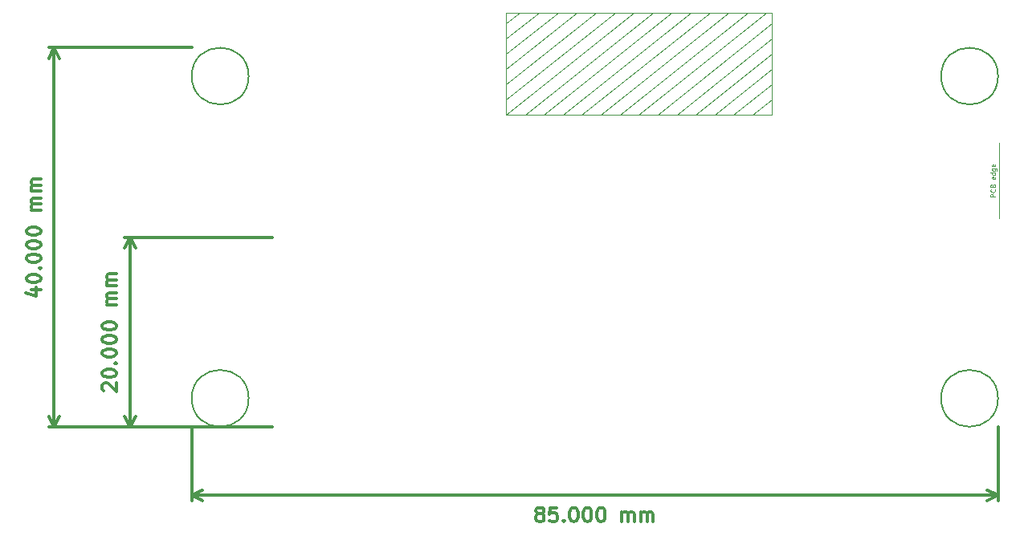
<source format=gbr>
G04 #@! TF.GenerationSoftware,KiCad,Pcbnew,5.0.2+dfsg1-1~bpo9+1*
G04 #@! TF.CreationDate,2020-03-04T21:18:40+01:00*
G04 #@! TF.ProjectId,things_02,7468696e-6773-45f3-9032-2e6b69636164,rev?*
G04 #@! TF.SameCoordinates,Original*
G04 #@! TF.FileFunction,Drawing*
%FSLAX46Y46*%
G04 Gerber Fmt 4.6, Leading zero omitted, Abs format (unit mm)*
G04 Created by KiCad (PCBNEW 5.0.2+dfsg1-1~bpo9+1) date Wed Mar  4 21:18:40 2020*
%MOMM*%
%LPD*%
G01*
G04 APERTURE LIST*
%ADD10C,0.300000*%
%ADD11C,0.200000*%
%ADD12C,0.100000*%
%ADD13C,0.075000*%
G04 APERTURE END LIST*
D10*
X56721428Y-113964285D02*
X56650000Y-113892857D01*
X56578571Y-113750000D01*
X56578571Y-113392857D01*
X56650000Y-113250000D01*
X56721428Y-113178571D01*
X56864285Y-113107142D01*
X57007142Y-113107142D01*
X57221428Y-113178571D01*
X58078571Y-114035714D01*
X58078571Y-113107142D01*
X56578571Y-112178571D02*
X56578571Y-112035714D01*
X56650000Y-111892857D01*
X56721428Y-111821428D01*
X56864285Y-111750000D01*
X57150000Y-111678571D01*
X57507142Y-111678571D01*
X57792857Y-111750000D01*
X57935714Y-111821428D01*
X58007142Y-111892857D01*
X58078571Y-112035714D01*
X58078571Y-112178571D01*
X58007142Y-112321428D01*
X57935714Y-112392857D01*
X57792857Y-112464285D01*
X57507142Y-112535714D01*
X57150000Y-112535714D01*
X56864285Y-112464285D01*
X56721428Y-112392857D01*
X56650000Y-112321428D01*
X56578571Y-112178571D01*
X57935714Y-111035714D02*
X58007142Y-110964285D01*
X58078571Y-111035714D01*
X58007142Y-111107142D01*
X57935714Y-111035714D01*
X58078571Y-111035714D01*
X56578571Y-110035714D02*
X56578571Y-109892857D01*
X56650000Y-109750000D01*
X56721428Y-109678571D01*
X56864285Y-109607142D01*
X57150000Y-109535714D01*
X57507142Y-109535714D01*
X57792857Y-109607142D01*
X57935714Y-109678571D01*
X58007142Y-109750000D01*
X58078571Y-109892857D01*
X58078571Y-110035714D01*
X58007142Y-110178571D01*
X57935714Y-110250000D01*
X57792857Y-110321428D01*
X57507142Y-110392857D01*
X57150000Y-110392857D01*
X56864285Y-110321428D01*
X56721428Y-110250000D01*
X56650000Y-110178571D01*
X56578571Y-110035714D01*
X56578571Y-108607142D02*
X56578571Y-108464285D01*
X56650000Y-108321428D01*
X56721428Y-108250000D01*
X56864285Y-108178571D01*
X57150000Y-108107142D01*
X57507142Y-108107142D01*
X57792857Y-108178571D01*
X57935714Y-108250000D01*
X58007142Y-108321428D01*
X58078571Y-108464285D01*
X58078571Y-108607142D01*
X58007142Y-108750000D01*
X57935714Y-108821428D01*
X57792857Y-108892857D01*
X57507142Y-108964285D01*
X57150000Y-108964285D01*
X56864285Y-108892857D01*
X56721428Y-108821428D01*
X56650000Y-108750000D01*
X56578571Y-108607142D01*
X56578571Y-107178571D02*
X56578571Y-107035714D01*
X56650000Y-106892857D01*
X56721428Y-106821428D01*
X56864285Y-106750000D01*
X57150000Y-106678571D01*
X57507142Y-106678571D01*
X57792857Y-106750000D01*
X57935714Y-106821428D01*
X58007142Y-106892857D01*
X58078571Y-107035714D01*
X58078571Y-107178571D01*
X58007142Y-107321428D01*
X57935714Y-107392857D01*
X57792857Y-107464285D01*
X57507142Y-107535714D01*
X57150000Y-107535714D01*
X56864285Y-107464285D01*
X56721428Y-107392857D01*
X56650000Y-107321428D01*
X56578571Y-107178571D01*
X58078571Y-104892857D02*
X57078571Y-104892857D01*
X57221428Y-104892857D02*
X57150000Y-104821428D01*
X57078571Y-104678571D01*
X57078571Y-104464285D01*
X57150000Y-104321428D01*
X57292857Y-104250000D01*
X58078571Y-104250000D01*
X57292857Y-104250000D02*
X57150000Y-104178571D01*
X57078571Y-104035714D01*
X57078571Y-103821428D01*
X57150000Y-103678571D01*
X57292857Y-103607142D01*
X58078571Y-103607142D01*
X58078571Y-102892857D02*
X57078571Y-102892857D01*
X57221428Y-102892857D02*
X57150000Y-102821428D01*
X57078571Y-102678571D01*
X57078571Y-102464285D01*
X57150000Y-102321428D01*
X57292857Y-102250000D01*
X58078571Y-102250000D01*
X57292857Y-102250000D02*
X57150000Y-102178571D01*
X57078571Y-102035714D01*
X57078571Y-101821428D01*
X57150000Y-101678571D01*
X57292857Y-101607142D01*
X58078571Y-101607142D01*
X59500000Y-117750000D02*
X59500000Y-97750000D01*
X74500000Y-117750000D02*
X58913579Y-117750000D01*
X74500000Y-97750000D02*
X58913579Y-97750000D01*
X59500000Y-97750000D02*
X60086421Y-98876504D01*
X59500000Y-97750000D02*
X58913579Y-98876504D01*
X59500000Y-117750000D02*
X60086421Y-116623496D01*
X59500000Y-117750000D02*
X58913579Y-116623496D01*
X102571428Y-126921428D02*
X102428571Y-126850000D01*
X102357142Y-126778571D01*
X102285714Y-126635714D01*
X102285714Y-126564285D01*
X102357142Y-126421428D01*
X102428571Y-126350000D01*
X102571428Y-126278571D01*
X102857142Y-126278571D01*
X103000000Y-126350000D01*
X103071428Y-126421428D01*
X103142857Y-126564285D01*
X103142857Y-126635714D01*
X103071428Y-126778571D01*
X103000000Y-126850000D01*
X102857142Y-126921428D01*
X102571428Y-126921428D01*
X102428571Y-126992857D01*
X102357142Y-127064285D01*
X102285714Y-127207142D01*
X102285714Y-127492857D01*
X102357142Y-127635714D01*
X102428571Y-127707142D01*
X102571428Y-127778571D01*
X102857142Y-127778571D01*
X103000000Y-127707142D01*
X103071428Y-127635714D01*
X103142857Y-127492857D01*
X103142857Y-127207142D01*
X103071428Y-127064285D01*
X103000000Y-126992857D01*
X102857142Y-126921428D01*
X104500000Y-126278571D02*
X103785714Y-126278571D01*
X103714285Y-126992857D01*
X103785714Y-126921428D01*
X103928571Y-126850000D01*
X104285714Y-126850000D01*
X104428571Y-126921428D01*
X104500000Y-126992857D01*
X104571428Y-127135714D01*
X104571428Y-127492857D01*
X104500000Y-127635714D01*
X104428571Y-127707142D01*
X104285714Y-127778571D01*
X103928571Y-127778571D01*
X103785714Y-127707142D01*
X103714285Y-127635714D01*
X105214285Y-127635714D02*
X105285714Y-127707142D01*
X105214285Y-127778571D01*
X105142857Y-127707142D01*
X105214285Y-127635714D01*
X105214285Y-127778571D01*
X106214285Y-126278571D02*
X106357142Y-126278571D01*
X106500000Y-126350000D01*
X106571428Y-126421428D01*
X106642857Y-126564285D01*
X106714285Y-126850000D01*
X106714285Y-127207142D01*
X106642857Y-127492857D01*
X106571428Y-127635714D01*
X106500000Y-127707142D01*
X106357142Y-127778571D01*
X106214285Y-127778571D01*
X106071428Y-127707142D01*
X106000000Y-127635714D01*
X105928571Y-127492857D01*
X105857142Y-127207142D01*
X105857142Y-126850000D01*
X105928571Y-126564285D01*
X106000000Y-126421428D01*
X106071428Y-126350000D01*
X106214285Y-126278571D01*
X107642857Y-126278571D02*
X107785714Y-126278571D01*
X107928571Y-126350000D01*
X108000000Y-126421428D01*
X108071428Y-126564285D01*
X108142857Y-126850000D01*
X108142857Y-127207142D01*
X108071428Y-127492857D01*
X108000000Y-127635714D01*
X107928571Y-127707142D01*
X107785714Y-127778571D01*
X107642857Y-127778571D01*
X107500000Y-127707142D01*
X107428571Y-127635714D01*
X107357142Y-127492857D01*
X107285714Y-127207142D01*
X107285714Y-126850000D01*
X107357142Y-126564285D01*
X107428571Y-126421428D01*
X107500000Y-126350000D01*
X107642857Y-126278571D01*
X109071428Y-126278571D02*
X109214285Y-126278571D01*
X109357142Y-126350000D01*
X109428571Y-126421428D01*
X109500000Y-126564285D01*
X109571428Y-126850000D01*
X109571428Y-127207142D01*
X109500000Y-127492857D01*
X109428571Y-127635714D01*
X109357142Y-127707142D01*
X109214285Y-127778571D01*
X109071428Y-127778571D01*
X108928571Y-127707142D01*
X108857142Y-127635714D01*
X108785714Y-127492857D01*
X108714285Y-127207142D01*
X108714285Y-126850000D01*
X108785714Y-126564285D01*
X108857142Y-126421428D01*
X108928571Y-126350000D01*
X109071428Y-126278571D01*
X111357142Y-127778571D02*
X111357142Y-126778571D01*
X111357142Y-126921428D02*
X111428571Y-126850000D01*
X111571428Y-126778571D01*
X111785714Y-126778571D01*
X111928571Y-126850000D01*
X112000000Y-126992857D01*
X112000000Y-127778571D01*
X112000000Y-126992857D02*
X112071428Y-126850000D01*
X112214285Y-126778571D01*
X112428571Y-126778571D01*
X112571428Y-126850000D01*
X112642857Y-126992857D01*
X112642857Y-127778571D01*
X113357142Y-127778571D02*
X113357142Y-126778571D01*
X113357142Y-126921428D02*
X113428571Y-126850000D01*
X113571428Y-126778571D01*
X113785714Y-126778571D01*
X113928571Y-126850000D01*
X114000000Y-126992857D01*
X114000000Y-127778571D01*
X114000000Y-126992857D02*
X114071428Y-126850000D01*
X114214285Y-126778571D01*
X114428571Y-126778571D01*
X114571428Y-126850000D01*
X114642857Y-126992857D01*
X114642857Y-127778571D01*
X66000000Y-125000000D02*
X151000000Y-125000000D01*
X66000000Y-117750000D02*
X66000000Y-125586421D01*
X151000000Y-117750000D02*
X151000000Y-125586421D01*
X151000000Y-125000000D02*
X149873496Y-125586421D01*
X151000000Y-125000000D02*
X149873496Y-124413579D01*
X66000000Y-125000000D02*
X67126504Y-125586421D01*
X66000000Y-125000000D02*
X67126504Y-124413579D01*
X49078571Y-103250000D02*
X50078571Y-103250000D01*
X48507142Y-103607142D02*
X49578571Y-103964285D01*
X49578571Y-103035714D01*
X48578571Y-102178571D02*
X48578571Y-102035714D01*
X48650000Y-101892857D01*
X48721428Y-101821428D01*
X48864285Y-101750000D01*
X49150000Y-101678571D01*
X49507142Y-101678571D01*
X49792857Y-101750000D01*
X49935714Y-101821428D01*
X50007142Y-101892857D01*
X50078571Y-102035714D01*
X50078571Y-102178571D01*
X50007142Y-102321428D01*
X49935714Y-102392857D01*
X49792857Y-102464285D01*
X49507142Y-102535714D01*
X49150000Y-102535714D01*
X48864285Y-102464285D01*
X48721428Y-102392857D01*
X48650000Y-102321428D01*
X48578571Y-102178571D01*
X49935714Y-101035714D02*
X50007142Y-100964285D01*
X50078571Y-101035714D01*
X50007142Y-101107142D01*
X49935714Y-101035714D01*
X50078571Y-101035714D01*
X48578571Y-100035714D02*
X48578571Y-99892857D01*
X48650000Y-99750000D01*
X48721428Y-99678571D01*
X48864285Y-99607142D01*
X49150000Y-99535714D01*
X49507142Y-99535714D01*
X49792857Y-99607142D01*
X49935714Y-99678571D01*
X50007142Y-99750000D01*
X50078571Y-99892857D01*
X50078571Y-100035714D01*
X50007142Y-100178571D01*
X49935714Y-100250000D01*
X49792857Y-100321428D01*
X49507142Y-100392857D01*
X49150000Y-100392857D01*
X48864285Y-100321428D01*
X48721428Y-100250000D01*
X48650000Y-100178571D01*
X48578571Y-100035714D01*
X48578571Y-98607142D02*
X48578571Y-98464285D01*
X48650000Y-98321428D01*
X48721428Y-98250000D01*
X48864285Y-98178571D01*
X49150000Y-98107142D01*
X49507142Y-98107142D01*
X49792857Y-98178571D01*
X49935714Y-98250000D01*
X50007142Y-98321428D01*
X50078571Y-98464285D01*
X50078571Y-98607142D01*
X50007142Y-98750000D01*
X49935714Y-98821428D01*
X49792857Y-98892857D01*
X49507142Y-98964285D01*
X49150000Y-98964285D01*
X48864285Y-98892857D01*
X48721428Y-98821428D01*
X48650000Y-98750000D01*
X48578571Y-98607142D01*
X48578571Y-97178571D02*
X48578571Y-97035714D01*
X48650000Y-96892857D01*
X48721428Y-96821428D01*
X48864285Y-96750000D01*
X49150000Y-96678571D01*
X49507142Y-96678571D01*
X49792857Y-96750000D01*
X49935714Y-96821428D01*
X50007142Y-96892857D01*
X50078571Y-97035714D01*
X50078571Y-97178571D01*
X50007142Y-97321428D01*
X49935714Y-97392857D01*
X49792857Y-97464285D01*
X49507142Y-97535714D01*
X49150000Y-97535714D01*
X48864285Y-97464285D01*
X48721428Y-97392857D01*
X48650000Y-97321428D01*
X48578571Y-97178571D01*
X50078571Y-94892857D02*
X49078571Y-94892857D01*
X49221428Y-94892857D02*
X49150000Y-94821428D01*
X49078571Y-94678571D01*
X49078571Y-94464285D01*
X49150000Y-94321428D01*
X49292857Y-94250000D01*
X50078571Y-94250000D01*
X49292857Y-94250000D02*
X49150000Y-94178571D01*
X49078571Y-94035714D01*
X49078571Y-93821428D01*
X49150000Y-93678571D01*
X49292857Y-93607142D01*
X50078571Y-93607142D01*
X50078571Y-92892857D02*
X49078571Y-92892857D01*
X49221428Y-92892857D02*
X49150000Y-92821428D01*
X49078571Y-92678571D01*
X49078571Y-92464285D01*
X49150000Y-92321428D01*
X49292857Y-92250000D01*
X50078571Y-92250000D01*
X49292857Y-92250000D02*
X49150000Y-92178571D01*
X49078571Y-92035714D01*
X49078571Y-91821428D01*
X49150000Y-91678571D01*
X49292857Y-91607142D01*
X50078571Y-91607142D01*
X51500000Y-117750000D02*
X51500000Y-77750000D01*
X66000000Y-117750000D02*
X50913579Y-117750000D01*
X66000000Y-77750000D02*
X50913579Y-77750000D01*
X51500000Y-77750000D02*
X52086421Y-78876504D01*
X51500000Y-77750000D02*
X50913579Y-78876504D01*
X51500000Y-117750000D02*
X52086421Y-116623496D01*
X51500000Y-117750000D02*
X50913579Y-116623496D01*
D11*
X72000000Y-114750000D02*
G75*
G03X72000000Y-114750000I-3000000J0D01*
G01*
X72000000Y-80750000D02*
G75*
G03X72000000Y-80750000I-3000000J0D01*
G01*
X151000000Y-80750000D02*
G75*
G03X151000000Y-80750000I-3000000J0D01*
G01*
X151000000Y-114750000D02*
G75*
G03X151000000Y-114750000I-3000000J0D01*
G01*
D12*
G04 #@! TO.C,U4*
X99125000Y-84855000D02*
X99125000Y-74075000D01*
X127125000Y-84855000D02*
X99125000Y-84855000D01*
X127125000Y-84855000D02*
X127125000Y-74075000D01*
X127125000Y-74075000D02*
X99125000Y-74075000D01*
X100600000Y-74075000D02*
X99125000Y-75165000D01*
X102600000Y-74075000D02*
X99125000Y-76780000D01*
X104600000Y-74075000D02*
X99125000Y-78395000D01*
X106600000Y-74075000D02*
X99125000Y-80010000D01*
X108600000Y-74075000D02*
X99125000Y-81625000D01*
X110600000Y-74075000D02*
X99125000Y-83240000D01*
X112600000Y-74075000D02*
X99125000Y-84855000D01*
X114600000Y-74075000D02*
X101125000Y-84855000D01*
X116600000Y-74075000D02*
X103125000Y-84855000D01*
X105125000Y-84855000D02*
X118600000Y-74075000D01*
X120600000Y-74075000D02*
X107125000Y-84855000D01*
X122600000Y-74075000D02*
X109125000Y-84855000D01*
X124600000Y-74075000D02*
X111125000Y-84855000D01*
X126600000Y-74075000D02*
X113125000Y-84855000D01*
X127125000Y-75165000D02*
X115125000Y-84855000D01*
X127125000Y-76780000D02*
X117125000Y-84855000D01*
X127125000Y-78395000D02*
X119125000Y-84855000D01*
X127125000Y-80010000D02*
X121125000Y-84855000D01*
X127125000Y-81625000D02*
X123125000Y-84855000D01*
X127125000Y-83240000D02*
X125125000Y-84855000D01*
G04 #@! TO.C,J8*
X151085000Y-95775000D02*
X151085000Y-87775000D01*
G04 #@! TD*
G04 #@! TO.C,J8*
D13*
X150711190Y-93477380D02*
X150211190Y-93477380D01*
X150211190Y-93286904D01*
X150235000Y-93239285D01*
X150258809Y-93215476D01*
X150306428Y-93191666D01*
X150377857Y-93191666D01*
X150425476Y-93215476D01*
X150449285Y-93239285D01*
X150473095Y-93286904D01*
X150473095Y-93477380D01*
X150663571Y-92691666D02*
X150687380Y-92715476D01*
X150711190Y-92786904D01*
X150711190Y-92834523D01*
X150687380Y-92905952D01*
X150639761Y-92953571D01*
X150592142Y-92977380D01*
X150496904Y-93001190D01*
X150425476Y-93001190D01*
X150330238Y-92977380D01*
X150282619Y-92953571D01*
X150235000Y-92905952D01*
X150211190Y-92834523D01*
X150211190Y-92786904D01*
X150235000Y-92715476D01*
X150258809Y-92691666D01*
X150449285Y-92310714D02*
X150473095Y-92239285D01*
X150496904Y-92215476D01*
X150544523Y-92191666D01*
X150615952Y-92191666D01*
X150663571Y-92215476D01*
X150687380Y-92239285D01*
X150711190Y-92286904D01*
X150711190Y-92477380D01*
X150211190Y-92477380D01*
X150211190Y-92310714D01*
X150235000Y-92263095D01*
X150258809Y-92239285D01*
X150306428Y-92215476D01*
X150354047Y-92215476D01*
X150401666Y-92239285D01*
X150425476Y-92263095D01*
X150449285Y-92310714D01*
X150449285Y-92477380D01*
X150687380Y-91405952D02*
X150711190Y-91453571D01*
X150711190Y-91548809D01*
X150687380Y-91596428D01*
X150639761Y-91620238D01*
X150449285Y-91620238D01*
X150401666Y-91596428D01*
X150377857Y-91548809D01*
X150377857Y-91453571D01*
X150401666Y-91405952D01*
X150449285Y-91382142D01*
X150496904Y-91382142D01*
X150544523Y-91620238D01*
X150711190Y-90953571D02*
X150211190Y-90953571D01*
X150687380Y-90953571D02*
X150711190Y-91001190D01*
X150711190Y-91096428D01*
X150687380Y-91144047D01*
X150663571Y-91167857D01*
X150615952Y-91191666D01*
X150473095Y-91191666D01*
X150425476Y-91167857D01*
X150401666Y-91144047D01*
X150377857Y-91096428D01*
X150377857Y-91001190D01*
X150401666Y-90953571D01*
X150377857Y-90501190D02*
X150782619Y-90501190D01*
X150830238Y-90525000D01*
X150854047Y-90548809D01*
X150877857Y-90596428D01*
X150877857Y-90667857D01*
X150854047Y-90715476D01*
X150687380Y-90501190D02*
X150711190Y-90548809D01*
X150711190Y-90644047D01*
X150687380Y-90691666D01*
X150663571Y-90715476D01*
X150615952Y-90739285D01*
X150473095Y-90739285D01*
X150425476Y-90715476D01*
X150401666Y-90691666D01*
X150377857Y-90644047D01*
X150377857Y-90548809D01*
X150401666Y-90501190D01*
X150687380Y-90072619D02*
X150711190Y-90120238D01*
X150711190Y-90215476D01*
X150687380Y-90263095D01*
X150639761Y-90286904D01*
X150449285Y-90286904D01*
X150401666Y-90263095D01*
X150377857Y-90215476D01*
X150377857Y-90120238D01*
X150401666Y-90072619D01*
X150449285Y-90048809D01*
X150496904Y-90048809D01*
X150544523Y-90286904D01*
G04 #@! TD*
M02*

</source>
